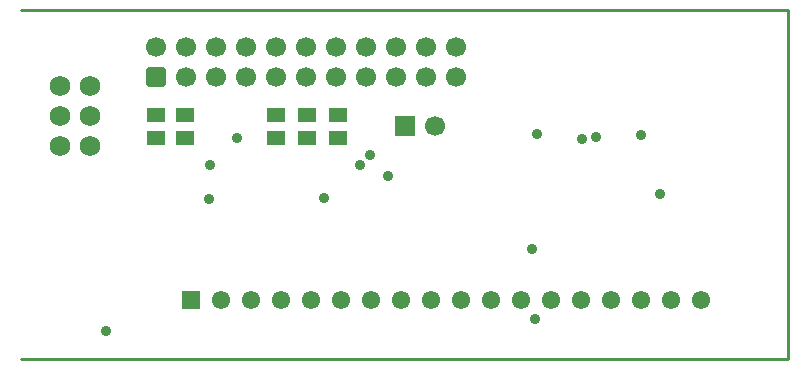
<source format=gts>
G04 Layer_Color=8388736*
%FSLAX42Y42*%
%MOMM*%
G71*
G01*
G75*
%ADD13C,0.25*%
%ADD32R,1.60X1.22*%
G04:AMPARAMS|DCode=33|XSize=1.7mm|YSize=1.7mm|CornerRadius=0.33mm|HoleSize=0mm|Usage=FLASHONLY|Rotation=0.000|XOffset=0mm|YOffset=0mm|HoleType=Round|Shape=RoundedRectangle|*
%AMROUNDEDRECTD33*
21,1,1.70,1.05,0,0,0.0*
21,1,1.05,1.70,0,0,0.0*
1,1,0.65,0.53,-0.53*
1,1,0.65,-0.53,-0.53*
1,1,0.65,-0.53,0.53*
1,1,0.65,0.53,0.53*
%
%ADD33ROUNDEDRECTD33*%
%ADD34C,1.70*%
%ADD35R,1.70X1.70*%
%ADD36C,1.55*%
%ADD37R,1.55X1.55*%
%ADD38C,1.73*%
%ADD39C,0.91*%
D13*
X3000Y5952D02*
X9486D01*
X3000Y3000D02*
X9498D01*
Y2999D02*
Y5952D01*
D32*
X5682Y4870D02*
D03*
Y5060D02*
D03*
X5420D02*
D03*
Y4870D02*
D03*
X5165Y5060D02*
D03*
Y4870D02*
D03*
X4392Y4869D02*
D03*
Y5060D02*
D03*
X4142Y4869D02*
D03*
Y5060D02*
D03*
D33*
X4144Y5385D02*
D03*
D34*
X5415D02*
D03*
X4399D02*
D03*
X5669D02*
D03*
X4653D02*
D03*
X5922D02*
D03*
X4906D02*
D03*
X6176D02*
D03*
X5160D02*
D03*
X6431D02*
D03*
X6685D02*
D03*
Y5639D02*
D03*
X6431D02*
D03*
X5160D02*
D03*
X6176D02*
D03*
X4906D02*
D03*
X5922D02*
D03*
X4653D02*
D03*
X5669D02*
D03*
X4399D02*
D03*
X5415D02*
D03*
X4144D02*
D03*
X6509Y4967D02*
D03*
D35*
X6255D02*
D03*
D36*
X8763Y3492D02*
D03*
X8509D02*
D03*
X8255D02*
D03*
X8001D02*
D03*
X7747D02*
D03*
X7493D02*
D03*
X7239D02*
D03*
X6985D02*
D03*
X6731D02*
D03*
X5969D02*
D03*
X5715D02*
D03*
X5207D02*
D03*
X5461D02*
D03*
X4699D02*
D03*
X4953D02*
D03*
X5969D02*
D03*
X6223D02*
D03*
X6477D02*
D03*
D37*
X4445D02*
D03*
D38*
X3333Y4799D02*
D03*
Y5308D02*
D03*
Y5053D02*
D03*
X3588Y4799D02*
D03*
Y5308D02*
D03*
Y5053D02*
D03*
D39*
X7753Y4862D02*
D03*
X3720Y3233D02*
D03*
X5875Y4640D02*
D03*
X5960Y4728D02*
D03*
X5565Y4362D02*
D03*
X4830Y4870D02*
D03*
X4597Y4355D02*
D03*
X4600Y4635D02*
D03*
X7357Y3338D02*
D03*
X7331Y3931D02*
D03*
X8251Y4891D02*
D03*
X7370Y4900D02*
D03*
X7874Y4876D02*
D03*
X8410Y4392D02*
D03*
X6112Y4547D02*
D03*
M02*

</source>
